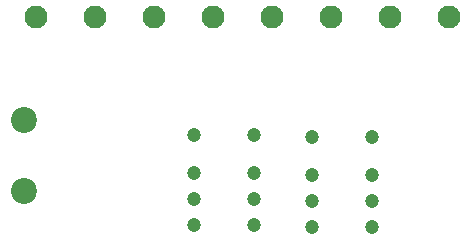
<source format=gbr>
%TF.GenerationSoftware,KiCad,Pcbnew,9.0.1*%
%TF.CreationDate,2025-06-14T21:47:00+02:00*%
%TF.ProjectId,PUTM_EV_CART_INDICATOR,5055544d-5f45-4565-9f43-4152545f494e,rev?*%
%TF.SameCoordinates,Original*%
%TF.FileFunction,Soldermask,Bot*%
%TF.FilePolarity,Negative*%
%FSLAX46Y46*%
G04 Gerber Fmt 4.6, Leading zero omitted, Abs format (unit mm)*
G04 Created by KiCad (PCBNEW 9.0.1) date 2025-06-14 21:47:00*
%MOMM*%
%LPD*%
G01*
G04 APERTURE LIST*
%ADD10C,1.200000*%
%ADD11C,2.200000*%
%ADD12C,1.950000*%
G04 APERTURE END LIST*
D10*
%TO.C,K3*%
X99357500Y-75300000D03*
X99357500Y-78500000D03*
X99357500Y-80700000D03*
X99357500Y-82900000D03*
X104437500Y-82900000D03*
X104437500Y-80700000D03*
X104437500Y-78500000D03*
X104437500Y-75300000D03*
%TD*%
%TO.C,K4*%
X109357500Y-75500000D03*
X109357500Y-78700000D03*
X109357500Y-80900000D03*
X109357500Y-83100000D03*
X114437500Y-83100000D03*
X114437500Y-80900000D03*
X114437500Y-78700000D03*
X114437500Y-75500000D03*
%TD*%
D11*
%TO.C,H1*%
X85000000Y-80000000D03*
%TD*%
%TO.C,H2*%
X85000000Y-74000000D03*
%TD*%
D12*
%TO.C,J1*%
X86000000Y-65280000D03*
X91000000Y-65280000D03*
X96000000Y-65280000D03*
X101000000Y-65280000D03*
X106000000Y-65280000D03*
X111000000Y-65280000D03*
X116000000Y-65280000D03*
X121000000Y-65280000D03*
%TD*%
M02*

</source>
